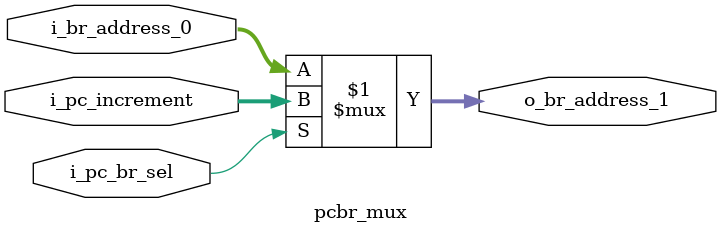
<source format=v>
module pcbr_mux (
    input  wire        i_pc_br_sel,
    input  wire [31:0] i_br_address_0,
    input  wire [31:0] i_pc_increment,
    output wire [31:0] o_br_address_1
);

    assign o_br_address_1 = i_pc_br_sel ? i_pc_increment : i_br_address_0;

endmodule

</source>
